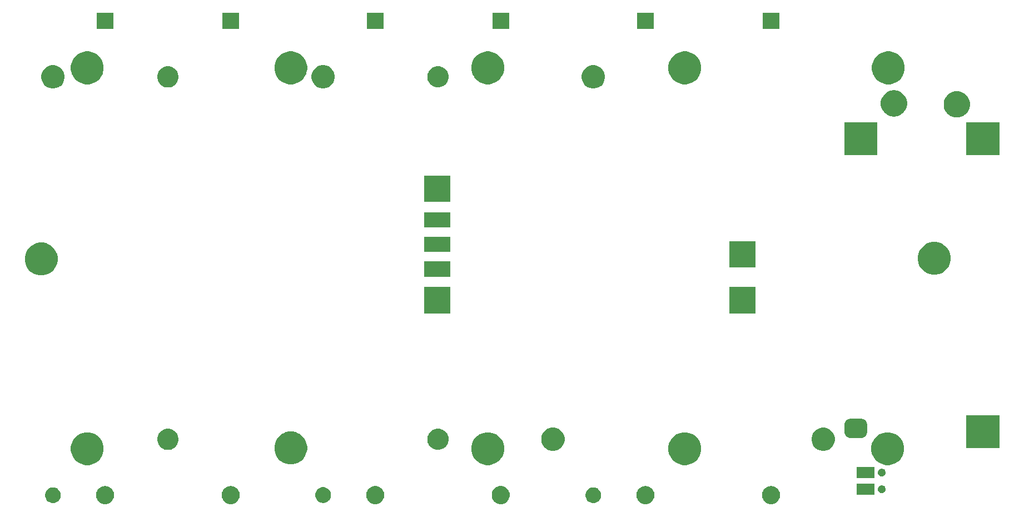
<source format=gbs>
G04 #@! TF.GenerationSoftware,KiCad,Pcbnew,(5.0.2)-1*
G04 #@! TF.CreationDate,2019-03-16T18:46:31-04:00*
G04 #@! TF.ProjectId,2p3s-pwr-pack,32703373-2d70-4777-922d-7061636b2e6b,V1*
G04 #@! TF.SameCoordinates,Original*
G04 #@! TF.FileFunction,Soldermask,Bot*
G04 #@! TF.FilePolarity,Negative*
%FSLAX46Y46*%
G04 Gerber Fmt 4.6, Leading zero omitted, Abs format (unit mm)*
G04 Created by KiCad (PCBNEW (5.0.2)-1) date 3/16/2019 6:46:31 PM*
%MOMM*%
%LPD*%
G01*
G04 APERTURE LIST*
%ADD10C,0.150000*%
G04 APERTURE END LIST*
D10*
G36*
X88763976Y-138327615D02*
X88941076Y-138362842D01*
X89191306Y-138466490D01*
X89416514Y-138616970D01*
X89608032Y-138808488D01*
X89758512Y-139033696D01*
X89862160Y-139283926D01*
X89879281Y-139370000D01*
X89911182Y-139530374D01*
X89915001Y-139549576D01*
X89915001Y-139820426D01*
X89862160Y-140086076D01*
X89758512Y-140336306D01*
X89608032Y-140561514D01*
X89416514Y-140753032D01*
X89191306Y-140903512D01*
X88941076Y-141007160D01*
X88771956Y-141040800D01*
X88675427Y-141060001D01*
X88404575Y-141060001D01*
X88308046Y-141040800D01*
X88138926Y-141007160D01*
X87888696Y-140903512D01*
X87663488Y-140753032D01*
X87471970Y-140561514D01*
X87321490Y-140336306D01*
X87217842Y-140086076D01*
X87165001Y-139820426D01*
X87165001Y-139549576D01*
X87168821Y-139530374D01*
X87200721Y-139370000D01*
X87217842Y-139283926D01*
X87321490Y-139033696D01*
X87471970Y-138808488D01*
X87663488Y-138616970D01*
X87888696Y-138466490D01*
X88138926Y-138362842D01*
X88316026Y-138327615D01*
X88404575Y-138310001D01*
X88675427Y-138310001D01*
X88763976Y-138327615D01*
X88763976Y-138327615D01*
G37*
G36*
X151933976Y-138327615D02*
X152111076Y-138362842D01*
X152361306Y-138466490D01*
X152586514Y-138616970D01*
X152778032Y-138808488D01*
X152928512Y-139033696D01*
X153032160Y-139283926D01*
X153049281Y-139370000D01*
X153081182Y-139530374D01*
X153085001Y-139549576D01*
X153085001Y-139820426D01*
X153032160Y-140086076D01*
X152928512Y-140336306D01*
X152778032Y-140561514D01*
X152586514Y-140753032D01*
X152361306Y-140903512D01*
X152111076Y-141007160D01*
X151941956Y-141040800D01*
X151845427Y-141060001D01*
X151574575Y-141060001D01*
X151478046Y-141040800D01*
X151308926Y-141007160D01*
X151058696Y-140903512D01*
X150833488Y-140753032D01*
X150641970Y-140561514D01*
X150491490Y-140336306D01*
X150387842Y-140086076D01*
X150335001Y-139820426D01*
X150335001Y-139549576D01*
X150338821Y-139530374D01*
X150370721Y-139370000D01*
X150387842Y-139283926D01*
X150491490Y-139033696D01*
X150641970Y-138808488D01*
X150833488Y-138616970D01*
X151058696Y-138466490D01*
X151308926Y-138362842D01*
X151486026Y-138327615D01*
X151574575Y-138310001D01*
X151845427Y-138310001D01*
X151933976Y-138327615D01*
X151933976Y-138327615D01*
G37*
G36*
X171063976Y-138327615D02*
X171241076Y-138362842D01*
X171491306Y-138466490D01*
X171716514Y-138616970D01*
X171908032Y-138808488D01*
X172058512Y-139033696D01*
X172162160Y-139283926D01*
X172179281Y-139370000D01*
X172211182Y-139530374D01*
X172215001Y-139549576D01*
X172215001Y-139820426D01*
X172162160Y-140086076D01*
X172058512Y-140336306D01*
X171908032Y-140561514D01*
X171716514Y-140753032D01*
X171491306Y-140903512D01*
X171241076Y-141007160D01*
X171071956Y-141040800D01*
X170975427Y-141060001D01*
X170704575Y-141060001D01*
X170608046Y-141040800D01*
X170438926Y-141007160D01*
X170188696Y-140903512D01*
X169963488Y-140753032D01*
X169771970Y-140561514D01*
X169621490Y-140336306D01*
X169517842Y-140086076D01*
X169465001Y-139820426D01*
X169465001Y-139549576D01*
X169468821Y-139530374D01*
X169500721Y-139370000D01*
X169517842Y-139283926D01*
X169621490Y-139033696D01*
X169771970Y-138808488D01*
X169963488Y-138616970D01*
X170188696Y-138466490D01*
X170438926Y-138362842D01*
X170616026Y-138327615D01*
X170704575Y-138310001D01*
X170975427Y-138310001D01*
X171063976Y-138327615D01*
X171063976Y-138327615D01*
G37*
G36*
X69633976Y-138327615D02*
X69811076Y-138362842D01*
X70061306Y-138466490D01*
X70286514Y-138616970D01*
X70478032Y-138808488D01*
X70628512Y-139033696D01*
X70732160Y-139283926D01*
X70749281Y-139370000D01*
X70781182Y-139530374D01*
X70785001Y-139549576D01*
X70785001Y-139820426D01*
X70732160Y-140086076D01*
X70628512Y-140336306D01*
X70478032Y-140561514D01*
X70286514Y-140753032D01*
X70061306Y-140903512D01*
X69811076Y-141007160D01*
X69641956Y-141040800D01*
X69545427Y-141060001D01*
X69274575Y-141060001D01*
X69178046Y-141040800D01*
X69008926Y-141007160D01*
X68758696Y-140903512D01*
X68533488Y-140753032D01*
X68341970Y-140561514D01*
X68191490Y-140336306D01*
X68087842Y-140086076D01*
X68035001Y-139820426D01*
X68035001Y-139549576D01*
X68038821Y-139530374D01*
X68070721Y-139370000D01*
X68087842Y-139283926D01*
X68191490Y-139033696D01*
X68341970Y-138808488D01*
X68533488Y-138616970D01*
X68758696Y-138466490D01*
X69008926Y-138362842D01*
X69186026Y-138327615D01*
X69274575Y-138310001D01*
X69545427Y-138310001D01*
X69633976Y-138327615D01*
X69633976Y-138327615D01*
G37*
G36*
X129883135Y-138303950D02*
X130082675Y-138343641D01*
X130332905Y-138447289D01*
X130558113Y-138597769D01*
X130749631Y-138789287D01*
X130900111Y-139014495D01*
X131003759Y-139264725D01*
X131013913Y-139315773D01*
X131056600Y-139530374D01*
X131056600Y-139801226D01*
X131038986Y-139889775D01*
X131003759Y-140066875D01*
X130900111Y-140317105D01*
X130749631Y-140542313D01*
X130558113Y-140733831D01*
X130332905Y-140884311D01*
X130082675Y-140987959D01*
X129905575Y-141023186D01*
X129817026Y-141040800D01*
X129546174Y-141040800D01*
X129457625Y-141023186D01*
X129280525Y-140987959D01*
X129030295Y-140884311D01*
X128805087Y-140733831D01*
X128613569Y-140542313D01*
X128463089Y-140317105D01*
X128359441Y-140066875D01*
X128324214Y-139889775D01*
X128306600Y-139801226D01*
X128306600Y-139530374D01*
X128349287Y-139315773D01*
X128359441Y-139264725D01*
X128463089Y-139014495D01*
X128613569Y-138789287D01*
X128805087Y-138597769D01*
X129030295Y-138447289D01*
X129280525Y-138343641D01*
X129480065Y-138303950D01*
X129546174Y-138290800D01*
X129817026Y-138290800D01*
X129883135Y-138303950D01*
X129883135Y-138303950D01*
G37*
G36*
X110753135Y-138303950D02*
X110952675Y-138343641D01*
X111202905Y-138447289D01*
X111428113Y-138597769D01*
X111619631Y-138789287D01*
X111770111Y-139014495D01*
X111873759Y-139264725D01*
X111883913Y-139315773D01*
X111926600Y-139530374D01*
X111926600Y-139801226D01*
X111908986Y-139889775D01*
X111873759Y-140066875D01*
X111770111Y-140317105D01*
X111619631Y-140542313D01*
X111428113Y-140733831D01*
X111202905Y-140884311D01*
X110952675Y-140987959D01*
X110775575Y-141023186D01*
X110687026Y-141040800D01*
X110416174Y-141040800D01*
X110327625Y-141023186D01*
X110150525Y-140987959D01*
X109900295Y-140884311D01*
X109675087Y-140733831D01*
X109483569Y-140542313D01*
X109333089Y-140317105D01*
X109229441Y-140066875D01*
X109194214Y-139889775D01*
X109176600Y-139801226D01*
X109176600Y-139530374D01*
X109219287Y-139315773D01*
X109229441Y-139264725D01*
X109333089Y-139014495D01*
X109483569Y-138789287D01*
X109675087Y-138597769D01*
X109900295Y-138447289D01*
X110150525Y-138343641D01*
X110350065Y-138303950D01*
X110416174Y-138290800D01*
X110687026Y-138290800D01*
X110753135Y-138303950D01*
X110753135Y-138303950D01*
G37*
G36*
X143970470Y-138500373D02*
X144125030Y-138531117D01*
X144343412Y-138621573D01*
X144474442Y-138709125D01*
X144511220Y-138733699D01*
X144539957Y-138752901D01*
X144707101Y-138920045D01*
X144838429Y-139116590D01*
X144928885Y-139334972D01*
X144959629Y-139489532D01*
X144971182Y-139547610D01*
X144975001Y-139566812D01*
X144975001Y-139803190D01*
X144928885Y-140035030D01*
X144838429Y-140253412D01*
X144783039Y-140336308D01*
X144719932Y-140430755D01*
X144707101Y-140449957D01*
X144539957Y-140617101D01*
X144343412Y-140748429D01*
X144125030Y-140838885D01*
X143970470Y-140869629D01*
X143893191Y-140885001D01*
X143656811Y-140885001D01*
X143579532Y-140869629D01*
X143424972Y-140838885D01*
X143206590Y-140748429D01*
X143010045Y-140617101D01*
X142842901Y-140449957D01*
X142830071Y-140430755D01*
X142766963Y-140336308D01*
X142711573Y-140253412D01*
X142621117Y-140035030D01*
X142575001Y-139803190D01*
X142575001Y-139566812D01*
X142578821Y-139547610D01*
X142590373Y-139489532D01*
X142621117Y-139334972D01*
X142711573Y-139116590D01*
X142842901Y-138920045D01*
X143010045Y-138752901D01*
X143038783Y-138733699D01*
X143075560Y-138709125D01*
X143206590Y-138621573D01*
X143424972Y-138531117D01*
X143579532Y-138500373D01*
X143656811Y-138485001D01*
X143893191Y-138485001D01*
X143970470Y-138500373D01*
X143970470Y-138500373D01*
G37*
G36*
X61670470Y-138500373D02*
X61825030Y-138531117D01*
X62043412Y-138621573D01*
X62174442Y-138709125D01*
X62211220Y-138733699D01*
X62239957Y-138752901D01*
X62407101Y-138920045D01*
X62538429Y-139116590D01*
X62628885Y-139334972D01*
X62659629Y-139489532D01*
X62671182Y-139547610D01*
X62675001Y-139566812D01*
X62675001Y-139803190D01*
X62628885Y-140035030D01*
X62538429Y-140253412D01*
X62483039Y-140336308D01*
X62419932Y-140430755D01*
X62407101Y-140449957D01*
X62239957Y-140617101D01*
X62043412Y-140748429D01*
X61825030Y-140838885D01*
X61670470Y-140869629D01*
X61593191Y-140885001D01*
X61356811Y-140885001D01*
X61279532Y-140869629D01*
X61124972Y-140838885D01*
X60906590Y-140748429D01*
X60710045Y-140617101D01*
X60542901Y-140449957D01*
X60530071Y-140430755D01*
X60466963Y-140336308D01*
X60411573Y-140253412D01*
X60321117Y-140035030D01*
X60275001Y-139803190D01*
X60275001Y-139566812D01*
X60278821Y-139547610D01*
X60290373Y-139489532D01*
X60321117Y-139334972D01*
X60411573Y-139116590D01*
X60542901Y-138920045D01*
X60710045Y-138752901D01*
X60738783Y-138733699D01*
X60775560Y-138709125D01*
X60906590Y-138621573D01*
X61124972Y-138531117D01*
X61279532Y-138500373D01*
X61356811Y-138485001D01*
X61593191Y-138485001D01*
X61670470Y-138500373D01*
X61670470Y-138500373D01*
G37*
G36*
X102812069Y-138481172D02*
X102966629Y-138511916D01*
X103185011Y-138602372D01*
X103316041Y-138689924D01*
X103381555Y-138733699D01*
X103548701Y-138900845D01*
X103578214Y-138945014D01*
X103680028Y-139097389D01*
X103770484Y-139315771D01*
X103776684Y-139346942D01*
X103816600Y-139547610D01*
X103816600Y-139783990D01*
X103809352Y-139820426D01*
X103770484Y-140015829D01*
X103680028Y-140234211D01*
X103592476Y-140365241D01*
X103548701Y-140430755D01*
X103381555Y-140597901D01*
X103316041Y-140641676D01*
X103185011Y-140729228D01*
X102966629Y-140819684D01*
X102870099Y-140838885D01*
X102734790Y-140865800D01*
X102498410Y-140865800D01*
X102363101Y-140838885D01*
X102266571Y-140819684D01*
X102048189Y-140729228D01*
X101917159Y-140641676D01*
X101851645Y-140597901D01*
X101684499Y-140430755D01*
X101640724Y-140365241D01*
X101553172Y-140234211D01*
X101462716Y-140015829D01*
X101423848Y-139820426D01*
X101416600Y-139783990D01*
X101416600Y-139547610D01*
X101456516Y-139346942D01*
X101462716Y-139315771D01*
X101553172Y-139097389D01*
X101654986Y-138945014D01*
X101684499Y-138900845D01*
X101851645Y-138733699D01*
X101917159Y-138689924D01*
X102048189Y-138602372D01*
X102266571Y-138511916D01*
X102421131Y-138481172D01*
X102498410Y-138465800D01*
X102734790Y-138465800D01*
X102812069Y-138481172D01*
X102812069Y-138481172D01*
G37*
G36*
X186600000Y-139620000D02*
X183900000Y-139620000D01*
X183900000Y-137920000D01*
X186600000Y-137920000D01*
X186600000Y-139620000D01*
X186600000Y-139620000D01*
G37*
G36*
X187875015Y-138193058D02*
X187984204Y-138238285D01*
X187984207Y-138238287D01*
X188082478Y-138303950D01*
X188166050Y-138387522D01*
X188218354Y-138465800D01*
X188231715Y-138485796D01*
X188276942Y-138594985D01*
X188300000Y-138710906D01*
X188300000Y-138829094D01*
X188276942Y-138945015D01*
X188231715Y-139054204D01*
X188231713Y-139054207D01*
X188202860Y-139097389D01*
X188166049Y-139152479D01*
X188082479Y-139236049D01*
X187984204Y-139301715D01*
X187875015Y-139346942D01*
X187759095Y-139370000D01*
X187640905Y-139370000D01*
X187524985Y-139346942D01*
X187415796Y-139301715D01*
X187317521Y-139236049D01*
X187233951Y-139152479D01*
X187197141Y-139097389D01*
X187168287Y-139054207D01*
X187168285Y-139054204D01*
X187123058Y-138945015D01*
X187100000Y-138829094D01*
X187100000Y-138710906D01*
X187123058Y-138594985D01*
X187168285Y-138485796D01*
X187181646Y-138465800D01*
X187233950Y-138387522D01*
X187317522Y-138303950D01*
X187415793Y-138238287D01*
X187415796Y-138238285D01*
X187524985Y-138193058D01*
X187640905Y-138170000D01*
X187759095Y-138170000D01*
X187875015Y-138193058D01*
X187875015Y-138193058D01*
G37*
G36*
X186600000Y-137080000D02*
X183900000Y-137080000D01*
X183900000Y-135380000D01*
X186600000Y-135380000D01*
X186600000Y-137080000D01*
X186600000Y-137080000D01*
G37*
G36*
X187875015Y-135653058D02*
X187984204Y-135698285D01*
X188082479Y-135763951D01*
X188166049Y-135847521D01*
X188231715Y-135945796D01*
X188276942Y-136054985D01*
X188300000Y-136170906D01*
X188300000Y-136289094D01*
X188276942Y-136405015D01*
X188231715Y-136514204D01*
X188166049Y-136612479D01*
X188082479Y-136696049D01*
X187984204Y-136761715D01*
X187875015Y-136806942D01*
X187817054Y-136818471D01*
X187759095Y-136830000D01*
X187640905Y-136830000D01*
X187582946Y-136818471D01*
X187524985Y-136806942D01*
X187415796Y-136761715D01*
X187317521Y-136696049D01*
X187233951Y-136612479D01*
X187168285Y-136514204D01*
X187123058Y-136405015D01*
X187100000Y-136289094D01*
X187100000Y-136170906D01*
X187123058Y-136054985D01*
X187168285Y-135945796D01*
X187233951Y-135847521D01*
X187317521Y-135763951D01*
X187415796Y-135698285D01*
X187524985Y-135653058D01*
X187640905Y-135630000D01*
X187759095Y-135630000D01*
X187875015Y-135653058D01*
X187875015Y-135653058D01*
G37*
G36*
X67429225Y-130196074D02*
X67884192Y-130384528D01*
X67884194Y-130384529D01*
X67918786Y-130407643D01*
X68293658Y-130658124D01*
X68641876Y-131006342D01*
X68915472Y-131415808D01*
X69103926Y-131870775D01*
X69200000Y-132353772D01*
X69200000Y-132846228D01*
X69103926Y-133329225D01*
X68915472Y-133784192D01*
X68641876Y-134193658D01*
X68293658Y-134541876D01*
X68033854Y-134715471D01*
X67884194Y-134815471D01*
X67884193Y-134815472D01*
X67884192Y-134815472D01*
X67429225Y-135003926D01*
X66946228Y-135100000D01*
X66453772Y-135100000D01*
X65970775Y-135003926D01*
X65515808Y-134815472D01*
X65515807Y-134815472D01*
X65515806Y-134815471D01*
X65366146Y-134715471D01*
X65106342Y-134541876D01*
X64758124Y-134193658D01*
X64484528Y-133784192D01*
X64296074Y-133329225D01*
X64200000Y-132846228D01*
X64200000Y-132353772D01*
X64296074Y-131870775D01*
X64484528Y-131415808D01*
X64758124Y-131006342D01*
X65106342Y-130658124D01*
X65481214Y-130407643D01*
X65515806Y-130384529D01*
X65515808Y-130384528D01*
X65970775Y-130196074D01*
X66453772Y-130100000D01*
X66946228Y-130100000D01*
X67429225Y-130196074D01*
X67429225Y-130196074D01*
G37*
G36*
X158429225Y-130196074D02*
X158884192Y-130384528D01*
X158884194Y-130384529D01*
X158918786Y-130407643D01*
X159293658Y-130658124D01*
X159641876Y-131006342D01*
X159915472Y-131415808D01*
X160103926Y-131870775D01*
X160200000Y-132353772D01*
X160200000Y-132846228D01*
X160103926Y-133329225D01*
X159915472Y-133784192D01*
X159641876Y-134193658D01*
X159293658Y-134541876D01*
X159033854Y-134715471D01*
X158884194Y-134815471D01*
X158884193Y-134815472D01*
X158884192Y-134815472D01*
X158429225Y-135003926D01*
X157946228Y-135100000D01*
X157453772Y-135100000D01*
X156970775Y-135003926D01*
X156515808Y-134815472D01*
X156515807Y-134815472D01*
X156515806Y-134815471D01*
X156366146Y-134715471D01*
X156106342Y-134541876D01*
X155758124Y-134193658D01*
X155484528Y-133784192D01*
X155296074Y-133329225D01*
X155200000Y-132846228D01*
X155200000Y-132353772D01*
X155296074Y-131870775D01*
X155484528Y-131415808D01*
X155758124Y-131006342D01*
X156106342Y-130658124D01*
X156481214Y-130407643D01*
X156515806Y-130384529D01*
X156515808Y-130384528D01*
X156970775Y-130196074D01*
X157453772Y-130100000D01*
X157946228Y-130100000D01*
X158429225Y-130196074D01*
X158429225Y-130196074D01*
G37*
G36*
X128429225Y-130196074D02*
X128884192Y-130384528D01*
X128884194Y-130384529D01*
X128918786Y-130407643D01*
X129293658Y-130658124D01*
X129641876Y-131006342D01*
X129915472Y-131415808D01*
X130103926Y-131870775D01*
X130200000Y-132353772D01*
X130200000Y-132846228D01*
X130103926Y-133329225D01*
X129915472Y-133784192D01*
X129641876Y-134193658D01*
X129293658Y-134541876D01*
X129033854Y-134715471D01*
X128884194Y-134815471D01*
X128884193Y-134815472D01*
X128884192Y-134815472D01*
X128429225Y-135003926D01*
X127946228Y-135100000D01*
X127453772Y-135100000D01*
X126970775Y-135003926D01*
X126515808Y-134815472D01*
X126515807Y-134815472D01*
X126515806Y-134815471D01*
X126366146Y-134715471D01*
X126106342Y-134541876D01*
X125758124Y-134193658D01*
X125484528Y-133784192D01*
X125296074Y-133329225D01*
X125200000Y-132846228D01*
X125200000Y-132353772D01*
X125296074Y-131870775D01*
X125484528Y-131415808D01*
X125758124Y-131006342D01*
X126106342Y-130658124D01*
X126481214Y-130407643D01*
X126515806Y-130384529D01*
X126515808Y-130384528D01*
X126970775Y-130196074D01*
X127453772Y-130100000D01*
X127946228Y-130100000D01*
X128429225Y-130196074D01*
X128429225Y-130196074D01*
G37*
G36*
X189329225Y-130196074D02*
X189784192Y-130384528D01*
X189784194Y-130384529D01*
X189818786Y-130407643D01*
X190193658Y-130658124D01*
X190541876Y-131006342D01*
X190815472Y-131415808D01*
X191003926Y-131870775D01*
X191100000Y-132353772D01*
X191100000Y-132846228D01*
X191003926Y-133329225D01*
X190815472Y-133784192D01*
X190541876Y-134193658D01*
X190193658Y-134541876D01*
X189933854Y-134715471D01*
X189784194Y-134815471D01*
X189784193Y-134815472D01*
X189784192Y-134815472D01*
X189329225Y-135003926D01*
X188846228Y-135100000D01*
X188353772Y-135100000D01*
X187870775Y-135003926D01*
X187415808Y-134815472D01*
X187415807Y-134815472D01*
X187415806Y-134815471D01*
X187266146Y-134715471D01*
X187006342Y-134541876D01*
X186658124Y-134193658D01*
X186384528Y-133784192D01*
X186196074Y-133329225D01*
X186100000Y-132846228D01*
X186100000Y-132353772D01*
X186196074Y-131870775D01*
X186384528Y-131415808D01*
X186658124Y-131006342D01*
X187006342Y-130658124D01*
X187381214Y-130407643D01*
X187415806Y-130384529D01*
X187415808Y-130384528D01*
X187870775Y-130196074D01*
X188353772Y-130100000D01*
X188846228Y-130100000D01*
X189329225Y-130196074D01*
X189329225Y-130196074D01*
G37*
G36*
X98429225Y-130096074D02*
X98884192Y-130284528D01*
X98884194Y-130284529D01*
X98984899Y-130351818D01*
X99293658Y-130558124D01*
X99641876Y-130906342D01*
X99823861Y-131178702D01*
X99915170Y-131315355D01*
X99915472Y-131315808D01*
X100103926Y-131770775D01*
X100200000Y-132253772D01*
X100200000Y-132746228D01*
X100103926Y-133229225D01*
X99915472Y-133684192D01*
X99641876Y-134093658D01*
X99293658Y-134441876D01*
X99143997Y-134541876D01*
X98884194Y-134715471D01*
X98884193Y-134715472D01*
X98884192Y-134715472D01*
X98429225Y-134903926D01*
X97946228Y-135000000D01*
X97453772Y-135000000D01*
X96970775Y-134903926D01*
X96515808Y-134715472D01*
X96515807Y-134715472D01*
X96515806Y-134715471D01*
X96256003Y-134541876D01*
X96106342Y-134441876D01*
X95758124Y-134093658D01*
X95484528Y-133684192D01*
X95296074Y-133229225D01*
X95200000Y-132746228D01*
X95200000Y-132253772D01*
X95296074Y-131770775D01*
X95484528Y-131315808D01*
X95484831Y-131315355D01*
X95576139Y-131178702D01*
X95758124Y-130906342D01*
X96106342Y-130558124D01*
X96415101Y-130351818D01*
X96515806Y-130284529D01*
X96515808Y-130284528D01*
X96970775Y-130096074D01*
X97453772Y-130000000D01*
X97946228Y-130000000D01*
X98429225Y-130096074D01*
X98429225Y-130096074D01*
G37*
G36*
X179292751Y-129468214D02*
X179615776Y-129602015D01*
X179615779Y-129602017D01*
X179906497Y-129796269D01*
X180153733Y-130043505D01*
X180314780Y-130284528D01*
X180347987Y-130334226D01*
X180481788Y-130657251D01*
X180550001Y-131000179D01*
X180550001Y-131349823D01*
X180481788Y-131692751D01*
X180347987Y-132015776D01*
X180347985Y-132015779D01*
X180153733Y-132306497D01*
X179906497Y-132553733D01*
X179821349Y-132610627D01*
X179615776Y-132747987D01*
X179292751Y-132881788D01*
X178949823Y-132950001D01*
X178600179Y-132950001D01*
X178257251Y-132881788D01*
X177934226Y-132747987D01*
X177728653Y-132610627D01*
X177643505Y-132553733D01*
X177396269Y-132306497D01*
X177202017Y-132015779D01*
X177202015Y-132015776D01*
X177068214Y-131692751D01*
X177000001Y-131349823D01*
X177000001Y-131000179D01*
X177068214Y-130657251D01*
X177202015Y-130334226D01*
X177235222Y-130284528D01*
X177396269Y-130043505D01*
X177643505Y-129796269D01*
X177934223Y-129602017D01*
X177934226Y-129602015D01*
X178257251Y-129468214D01*
X178600179Y-129400001D01*
X178949823Y-129400001D01*
X179292751Y-129468214D01*
X179292751Y-129468214D01*
G37*
G36*
X138134350Y-129449013D02*
X138457375Y-129582814D01*
X138457378Y-129582816D01*
X138748096Y-129777068D01*
X138995332Y-130024304D01*
X139169209Y-130284529D01*
X139189586Y-130315025D01*
X139323387Y-130638050D01*
X139391600Y-130980978D01*
X139391600Y-131330622D01*
X139323387Y-131673550D01*
X139189586Y-131996575D01*
X139189584Y-131996578D01*
X138995332Y-132287296D01*
X138748096Y-132534532D01*
X138634212Y-132610627D01*
X138457375Y-132728786D01*
X138134350Y-132862587D01*
X137791422Y-132930800D01*
X137441778Y-132930800D01*
X137098850Y-132862587D01*
X136775825Y-132728786D01*
X136598988Y-132610627D01*
X136485104Y-132534532D01*
X136237868Y-132287296D01*
X136043616Y-131996578D01*
X136043614Y-131996575D01*
X135909813Y-131673550D01*
X135841600Y-131330622D01*
X135841600Y-130980978D01*
X135909813Y-130638050D01*
X136043614Y-130315025D01*
X136063991Y-130284529D01*
X136237868Y-130024304D01*
X136485104Y-129777068D01*
X136775822Y-129582816D01*
X136775825Y-129582814D01*
X137098850Y-129449013D01*
X137441778Y-129380800D01*
X137791422Y-129380800D01*
X138134350Y-129449013D01*
X138134350Y-129449013D01*
G37*
G36*
X79238884Y-129575753D02*
X79447539Y-129617257D01*
X79675568Y-129711710D01*
X79742359Y-129739376D01*
X79941133Y-129872193D01*
X80007692Y-129916666D01*
X80233336Y-130142310D01*
X80249873Y-130167060D01*
X80410626Y-130407643D01*
X80410627Y-130407646D01*
X80532745Y-130702463D01*
X80532745Y-130702465D01*
X80591182Y-130996244D01*
X80595001Y-131015446D01*
X80595001Y-131334556D01*
X80532745Y-131647539D01*
X80440277Y-131870775D01*
X80410626Y-131942359D01*
X80361570Y-132015776D01*
X80233336Y-132207692D01*
X80007692Y-132433336D01*
X79941133Y-132477809D01*
X79742359Y-132610626D01*
X79675568Y-132638292D01*
X79447539Y-132732745D01*
X79238884Y-132774249D01*
X79134557Y-132795001D01*
X78815445Y-132795001D01*
X78711118Y-132774249D01*
X78502463Y-132732745D01*
X78274434Y-132638292D01*
X78207643Y-132610626D01*
X78008869Y-132477809D01*
X77942310Y-132433336D01*
X77716666Y-132207692D01*
X77588432Y-132015776D01*
X77539376Y-131942359D01*
X77509725Y-131870775D01*
X77417257Y-131647539D01*
X77355001Y-131334556D01*
X77355001Y-131015446D01*
X77358821Y-130996244D01*
X77417257Y-130702465D01*
X77417257Y-130702463D01*
X77539375Y-130407646D01*
X77539376Y-130407643D01*
X77700129Y-130167060D01*
X77716666Y-130142310D01*
X77942310Y-129916666D01*
X78008869Y-129872193D01*
X78207643Y-129739376D01*
X78274434Y-129711710D01*
X78502463Y-129617257D01*
X78711118Y-129575753D01*
X78815445Y-129555001D01*
X79134557Y-129555001D01*
X79238884Y-129575753D01*
X79238884Y-129575753D01*
G37*
G36*
X120372685Y-129555001D02*
X120589138Y-129598056D01*
X120817167Y-129692509D01*
X120883958Y-129720175D01*
X121082732Y-129852992D01*
X121149291Y-129897465D01*
X121374935Y-130123109D01*
X121387766Y-130142312D01*
X121552225Y-130388442D01*
X121579891Y-130455233D01*
X121674344Y-130683262D01*
X121702148Y-130823043D01*
X121736600Y-130996244D01*
X121736600Y-131315356D01*
X121729744Y-131349823D01*
X121674344Y-131628338D01*
X121615344Y-131770775D01*
X121552225Y-131923158D01*
X121503169Y-131996575D01*
X121374935Y-132188491D01*
X121149291Y-132414135D01*
X121120553Y-132433337D01*
X120883958Y-132591425D01*
X120837600Y-132610627D01*
X120589138Y-132713544D01*
X120380483Y-132755048D01*
X120276156Y-132775800D01*
X119957044Y-132775800D01*
X119852717Y-132755048D01*
X119644062Y-132713544D01*
X119395600Y-132610627D01*
X119349242Y-132591425D01*
X119112647Y-132433337D01*
X119083909Y-132414135D01*
X118858265Y-132188491D01*
X118730031Y-131996575D01*
X118680975Y-131923158D01*
X118617856Y-131770775D01*
X118558856Y-131628338D01*
X118503456Y-131349823D01*
X118496600Y-131315356D01*
X118496600Y-130996244D01*
X118531052Y-130823043D01*
X118558856Y-130683262D01*
X118653309Y-130455233D01*
X118680975Y-130388442D01*
X118845434Y-130142312D01*
X118858265Y-130123109D01*
X119083909Y-129897465D01*
X119150468Y-129852992D01*
X119349242Y-129720175D01*
X119416033Y-129692509D01*
X119644062Y-129598056D01*
X119860515Y-129555001D01*
X119957044Y-129535800D01*
X120276156Y-129535800D01*
X120372685Y-129555001D01*
X120372685Y-129555001D01*
G37*
G36*
X205600000Y-132500000D02*
X200600000Y-132500000D01*
X200600000Y-127500000D01*
X205600000Y-127500000D01*
X205600000Y-132500000D01*
X205600000Y-132500000D01*
G37*
G36*
X184667060Y-128020123D02*
X184861131Y-128078993D01*
X185039987Y-128174594D01*
X185196752Y-128303248D01*
X185325406Y-128460013D01*
X185421007Y-128638869D01*
X185479877Y-128832940D01*
X185500000Y-129037252D01*
X185500000Y-129962748D01*
X185479877Y-130167060D01*
X185421007Y-130361131D01*
X185325406Y-130539987D01*
X185196752Y-130696752D01*
X185039987Y-130825406D01*
X184861131Y-130921007D01*
X184667060Y-130979877D01*
X184462748Y-131000000D01*
X183037252Y-131000000D01*
X182832940Y-130979877D01*
X182638869Y-130921007D01*
X182460013Y-130825406D01*
X182303248Y-130696752D01*
X182174594Y-130539987D01*
X182078993Y-130361131D01*
X182020123Y-130167060D01*
X182000000Y-129962748D01*
X182000000Y-129037252D01*
X182020123Y-128832940D01*
X182078993Y-128638869D01*
X182174594Y-128460013D01*
X182303248Y-128303248D01*
X182460013Y-128174594D01*
X182638869Y-128078993D01*
X182832940Y-128020123D01*
X183037252Y-128000000D01*
X184462748Y-128000000D01*
X184667060Y-128020123D01*
X184667060Y-128020123D01*
G37*
G36*
X168500000Y-112000000D02*
X164500000Y-112000000D01*
X164500000Y-108000000D01*
X168500000Y-108000000D01*
X168500000Y-112000000D01*
X168500000Y-112000000D01*
G37*
G36*
X122000000Y-112000000D02*
X118000000Y-112000000D01*
X118000000Y-108000000D01*
X122000000Y-108000000D01*
X122000000Y-112000000D01*
X122000000Y-112000000D01*
G37*
G36*
X122000000Y-106400000D02*
X118000000Y-106400000D01*
X118000000Y-104100000D01*
X122000000Y-104100000D01*
X122000000Y-106400000D01*
X122000000Y-106400000D01*
G37*
G36*
X60429225Y-101296074D02*
X60884192Y-101484528D01*
X60884194Y-101484529D01*
X61021298Y-101576139D01*
X61293658Y-101758124D01*
X61641876Y-102106342D01*
X61915472Y-102515808D01*
X62103926Y-102970775D01*
X62200000Y-103453772D01*
X62200000Y-103946228D01*
X62103926Y-104429225D01*
X61915472Y-104884192D01*
X61641876Y-105293658D01*
X61293658Y-105641876D01*
X61033854Y-105815471D01*
X60884194Y-105915471D01*
X60884193Y-105915472D01*
X60884192Y-105915472D01*
X60429225Y-106103926D01*
X59946228Y-106200000D01*
X59453772Y-106200000D01*
X58970775Y-106103926D01*
X58515808Y-105915472D01*
X58515807Y-105915472D01*
X58515806Y-105915471D01*
X58366146Y-105815471D01*
X58106342Y-105641876D01*
X57758124Y-105293658D01*
X57484528Y-104884192D01*
X57296074Y-104429225D01*
X57200000Y-103946228D01*
X57200000Y-103453772D01*
X57296074Y-102970775D01*
X57484528Y-102515808D01*
X57758124Y-102106342D01*
X58106342Y-101758124D01*
X58378702Y-101576139D01*
X58515806Y-101484529D01*
X58515808Y-101484528D01*
X58970775Y-101296074D01*
X59453772Y-101200000D01*
X59946228Y-101200000D01*
X60429225Y-101296074D01*
X60429225Y-101296074D01*
G37*
G36*
X196429225Y-101196074D02*
X196884192Y-101384528D01*
X196884194Y-101384529D01*
X197021298Y-101476139D01*
X197293658Y-101658124D01*
X197641876Y-102006342D01*
X197915472Y-102415808D01*
X198103926Y-102870775D01*
X198200000Y-103353772D01*
X198200000Y-103846228D01*
X198103926Y-104329225D01*
X197915472Y-104784192D01*
X197641876Y-105193658D01*
X197293658Y-105541876D01*
X197143997Y-105641876D01*
X196884194Y-105815471D01*
X196884193Y-105815472D01*
X196884192Y-105815472D01*
X196429225Y-106003926D01*
X195946228Y-106100000D01*
X195453772Y-106100000D01*
X194970775Y-106003926D01*
X194515808Y-105815472D01*
X194515807Y-105815472D01*
X194515806Y-105815471D01*
X194256003Y-105641876D01*
X194106342Y-105541876D01*
X193758124Y-105193658D01*
X193484528Y-104784192D01*
X193296074Y-104329225D01*
X193200000Y-103846228D01*
X193200000Y-103353772D01*
X193296074Y-102870775D01*
X193484528Y-102415808D01*
X193758124Y-102006342D01*
X194106342Y-101658124D01*
X194378702Y-101476139D01*
X194515806Y-101384529D01*
X194515808Y-101384528D01*
X194970775Y-101196074D01*
X195453772Y-101100000D01*
X195946228Y-101100000D01*
X196429225Y-101196074D01*
X196429225Y-101196074D01*
G37*
G36*
X168500000Y-105000000D02*
X164500000Y-105000000D01*
X164500000Y-101000000D01*
X168500000Y-101000000D01*
X168500000Y-105000000D01*
X168500000Y-105000000D01*
G37*
G36*
X122000000Y-102650000D02*
X118000000Y-102650000D01*
X118000000Y-100350000D01*
X122000000Y-100350000D01*
X122000000Y-102650000D01*
X122000000Y-102650000D01*
G37*
G36*
X122000000Y-98900000D02*
X118000000Y-98900000D01*
X118000000Y-96600000D01*
X122000000Y-96600000D01*
X122000000Y-98900000D01*
X122000000Y-98900000D01*
G37*
G36*
X122000000Y-95000000D02*
X118000000Y-95000000D01*
X118000000Y-91000000D01*
X122000000Y-91000000D01*
X122000000Y-95000000D01*
X122000000Y-95000000D01*
G37*
G36*
X205600000Y-87900000D02*
X200600000Y-87900000D01*
X200600000Y-82900000D01*
X205600000Y-82900000D01*
X205600000Y-87900000D01*
X205600000Y-87900000D01*
G37*
G36*
X187000000Y-87900000D02*
X182000000Y-87900000D01*
X182000000Y-82900000D01*
X187000000Y-82900000D01*
X187000000Y-87900000D01*
X187000000Y-87900000D01*
G37*
G36*
X199461781Y-78188020D02*
X199719380Y-78239259D01*
X200083353Y-78390022D01*
X200083355Y-78390023D01*
X200410926Y-78608899D01*
X200689501Y-78887474D01*
X200806547Y-79062645D01*
X200908378Y-79215047D01*
X201059141Y-79579020D01*
X201136000Y-79965418D01*
X201136000Y-80359382D01*
X201059141Y-80745780D01*
X200908378Y-81109753D01*
X200908377Y-81109755D01*
X200689501Y-81437326D01*
X200410926Y-81715901D01*
X200083355Y-81934777D01*
X200083354Y-81934778D01*
X200083353Y-81934778D01*
X199719380Y-82085541D01*
X199461781Y-82136780D01*
X199332983Y-82162400D01*
X198939017Y-82162400D01*
X198810219Y-82136780D01*
X198552620Y-82085541D01*
X198188647Y-81934778D01*
X198188646Y-81934778D01*
X198188645Y-81934777D01*
X197861074Y-81715901D01*
X197582499Y-81437326D01*
X197363623Y-81109755D01*
X197363622Y-81109753D01*
X197212859Y-80745780D01*
X197136000Y-80359382D01*
X197136000Y-79965418D01*
X197212859Y-79579020D01*
X197363622Y-79215047D01*
X197465454Y-79062645D01*
X197582499Y-78887474D01*
X197861074Y-78608899D01*
X198188645Y-78390023D01*
X198188647Y-78390022D01*
X198552620Y-78239259D01*
X198810219Y-78188020D01*
X198939017Y-78162400D01*
X199332983Y-78162400D01*
X199461781Y-78188020D01*
X199461781Y-78188020D01*
G37*
G36*
X189885981Y-78035620D02*
X190143580Y-78086859D01*
X190507553Y-78237622D01*
X190507555Y-78237623D01*
X190835126Y-78456499D01*
X191113701Y-78735074D01*
X191215531Y-78887473D01*
X191332578Y-79062647D01*
X191483341Y-79426620D01*
X191560200Y-79813018D01*
X191560200Y-80206982D01*
X191483341Y-80593380D01*
X191332578Y-80957353D01*
X191332577Y-80957355D01*
X191113701Y-81284926D01*
X190835126Y-81563501D01*
X190507555Y-81782377D01*
X190507554Y-81782378D01*
X190507553Y-81782378D01*
X190143580Y-81933141D01*
X189885981Y-81984380D01*
X189757183Y-82010000D01*
X189363217Y-82010000D01*
X189234419Y-81984380D01*
X188976820Y-81933141D01*
X188612847Y-81782378D01*
X188612846Y-81782378D01*
X188612845Y-81782377D01*
X188285274Y-81563501D01*
X188006699Y-81284926D01*
X187787823Y-80957355D01*
X187787822Y-80957353D01*
X187637059Y-80593380D01*
X187560200Y-80206982D01*
X187560200Y-79813018D01*
X187637059Y-79426620D01*
X187787822Y-79062647D01*
X187904870Y-78887473D01*
X188006699Y-78735074D01*
X188285274Y-78456499D01*
X188612845Y-78237623D01*
X188612847Y-78237622D01*
X188976820Y-78086859D01*
X189234419Y-78035620D01*
X189363217Y-78010000D01*
X189757183Y-78010000D01*
X189885981Y-78035620D01*
X189885981Y-78035620D01*
G37*
G36*
X144292751Y-74268214D02*
X144615776Y-74402015D01*
X144615779Y-74402017D01*
X144906497Y-74596269D01*
X145153733Y-74843505D01*
X145219754Y-74942312D01*
X145347987Y-75134226D01*
X145481788Y-75457251D01*
X145550001Y-75800179D01*
X145550001Y-76149823D01*
X145481788Y-76492751D01*
X145347987Y-76815776D01*
X145347985Y-76815779D01*
X145153733Y-77106497D01*
X144906497Y-77353733D01*
X144821349Y-77410627D01*
X144615776Y-77547987D01*
X144292751Y-77681788D01*
X143949823Y-77750001D01*
X143600179Y-77750001D01*
X143257251Y-77681788D01*
X142934226Y-77547987D01*
X142728653Y-77410627D01*
X142643505Y-77353733D01*
X142396269Y-77106497D01*
X142202017Y-76815779D01*
X142202015Y-76815776D01*
X142068214Y-76492751D01*
X142000001Y-76149823D01*
X142000001Y-75800179D01*
X142068214Y-75457251D01*
X142202015Y-75134226D01*
X142330248Y-74942312D01*
X142396269Y-74843505D01*
X142643505Y-74596269D01*
X142934223Y-74402017D01*
X142934226Y-74402015D01*
X143257251Y-74268214D01*
X143600179Y-74200001D01*
X143949823Y-74200001D01*
X144292751Y-74268214D01*
X144292751Y-74268214D01*
G37*
G36*
X61992751Y-74268214D02*
X62315776Y-74402015D01*
X62315779Y-74402017D01*
X62606497Y-74596269D01*
X62853733Y-74843505D01*
X62919754Y-74942312D01*
X63047987Y-75134226D01*
X63181788Y-75457251D01*
X63250001Y-75800179D01*
X63250001Y-76149823D01*
X63181788Y-76492751D01*
X63047987Y-76815776D01*
X63047985Y-76815779D01*
X62853733Y-77106497D01*
X62606497Y-77353733D01*
X62521349Y-77410627D01*
X62315776Y-77547987D01*
X61992751Y-77681788D01*
X61649823Y-77750001D01*
X61300179Y-77750001D01*
X60957251Y-77681788D01*
X60634226Y-77547987D01*
X60428653Y-77410627D01*
X60343505Y-77353733D01*
X60096269Y-77106497D01*
X59902017Y-76815779D01*
X59902015Y-76815776D01*
X59768214Y-76492751D01*
X59700001Y-76149823D01*
X59700001Y-75800179D01*
X59768214Y-75457251D01*
X59902015Y-75134226D01*
X60030248Y-74942312D01*
X60096269Y-74843505D01*
X60343505Y-74596269D01*
X60634223Y-74402017D01*
X60634226Y-74402015D01*
X60957251Y-74268214D01*
X61300179Y-74200001D01*
X61649823Y-74200001D01*
X61992751Y-74268214D01*
X61992751Y-74268214D01*
G37*
G36*
X103134350Y-74249013D02*
X103457375Y-74382814D01*
X103457378Y-74382816D01*
X103748096Y-74577068D01*
X103995332Y-74824304D01*
X104189584Y-75115022D01*
X104189586Y-75115025D01*
X104323387Y-75438050D01*
X104391600Y-75780978D01*
X104391600Y-76130622D01*
X104323387Y-76473550D01*
X104189586Y-76796575D01*
X104189584Y-76796578D01*
X103995332Y-77087296D01*
X103748096Y-77334532D01*
X103634212Y-77410627D01*
X103457375Y-77528786D01*
X103134350Y-77662587D01*
X102791422Y-77730800D01*
X102441778Y-77730800D01*
X102098850Y-77662587D01*
X101775825Y-77528786D01*
X101598988Y-77410627D01*
X101485104Y-77334532D01*
X101237868Y-77087296D01*
X101043616Y-76796578D01*
X101043614Y-76796575D01*
X100909813Y-76473550D01*
X100841600Y-76130622D01*
X100841600Y-75780978D01*
X100909813Y-75438050D01*
X101043614Y-75115025D01*
X101043616Y-75115022D01*
X101237868Y-74824304D01*
X101485104Y-74577068D01*
X101775822Y-74382816D01*
X101775825Y-74382814D01*
X102098850Y-74249013D01*
X102441778Y-74180800D01*
X102791422Y-74180800D01*
X103134350Y-74249013D01*
X103134350Y-74249013D01*
G37*
G36*
X79238884Y-74375753D02*
X79447539Y-74417257D01*
X79675568Y-74511710D01*
X79742359Y-74539376D01*
X79941133Y-74672193D01*
X80007692Y-74716666D01*
X80233336Y-74942310D01*
X80233337Y-74942312D01*
X80410626Y-75207643D01*
X80410627Y-75207646D01*
X80532745Y-75502463D01*
X80532745Y-75502465D01*
X80591182Y-75796244D01*
X80595001Y-75815446D01*
X80595001Y-76134556D01*
X80532745Y-76447539D01*
X80514018Y-76492749D01*
X80410626Y-76742359D01*
X80361773Y-76815472D01*
X80233336Y-77007692D01*
X80007692Y-77233336D01*
X79941133Y-77277809D01*
X79742359Y-77410626D01*
X79675568Y-77438292D01*
X79447539Y-77532745D01*
X79238884Y-77574249D01*
X79134557Y-77595001D01*
X78815445Y-77595001D01*
X78711118Y-77574249D01*
X78502463Y-77532745D01*
X78274434Y-77438292D01*
X78207643Y-77410626D01*
X78008869Y-77277809D01*
X77942310Y-77233336D01*
X77716666Y-77007692D01*
X77588229Y-76815472D01*
X77539376Y-76742359D01*
X77435984Y-76492749D01*
X77417257Y-76447539D01*
X77355001Y-76134556D01*
X77355001Y-75815446D01*
X77358821Y-75796244D01*
X77417257Y-75502465D01*
X77417257Y-75502463D01*
X77539375Y-75207646D01*
X77539376Y-75207643D01*
X77716665Y-74942312D01*
X77716666Y-74942310D01*
X77942310Y-74716666D01*
X78008869Y-74672193D01*
X78207643Y-74539376D01*
X78274434Y-74511710D01*
X78502463Y-74417257D01*
X78711118Y-74375753D01*
X78815445Y-74355001D01*
X79134557Y-74355001D01*
X79238884Y-74375753D01*
X79238884Y-74375753D01*
G37*
G36*
X120366507Y-74353772D02*
X120589138Y-74398056D01*
X120817167Y-74492509D01*
X120883958Y-74520175D01*
X121082732Y-74652992D01*
X121149291Y-74697465D01*
X121374935Y-74923109D01*
X121387766Y-74942312D01*
X121552225Y-75188442D01*
X121579891Y-75255233D01*
X121674344Y-75483262D01*
X121715848Y-75691917D01*
X121736600Y-75796244D01*
X121736600Y-76115356D01*
X121729744Y-76149823D01*
X121674344Y-76428338D01*
X121579891Y-76656367D01*
X121552225Y-76723158D01*
X121490339Y-76815776D01*
X121374935Y-76988491D01*
X121149291Y-77214135D01*
X121120553Y-77233337D01*
X120883958Y-77391425D01*
X120837600Y-77410627D01*
X120589138Y-77513544D01*
X120380483Y-77555048D01*
X120276156Y-77575800D01*
X119957044Y-77575800D01*
X119852717Y-77555048D01*
X119644062Y-77513544D01*
X119395600Y-77410627D01*
X119349242Y-77391425D01*
X119112647Y-77233337D01*
X119083909Y-77214135D01*
X118858265Y-76988491D01*
X118742861Y-76815776D01*
X118680975Y-76723158D01*
X118653309Y-76656367D01*
X118558856Y-76428338D01*
X118503456Y-76149823D01*
X118496600Y-76115356D01*
X118496600Y-75796244D01*
X118517352Y-75691917D01*
X118558856Y-75483262D01*
X118653309Y-75255233D01*
X118680975Y-75188442D01*
X118845434Y-74942312D01*
X118858265Y-74923109D01*
X119083909Y-74697465D01*
X119150468Y-74652992D01*
X119349242Y-74520175D01*
X119416033Y-74492509D01*
X119644062Y-74398056D01*
X119866693Y-74353772D01*
X119957044Y-74335800D01*
X120276156Y-74335800D01*
X120366507Y-74353772D01*
X120366507Y-74353772D01*
G37*
G36*
X189429225Y-72196074D02*
X189884192Y-72384528D01*
X189884194Y-72384529D01*
X190021298Y-72476139D01*
X190293658Y-72658124D01*
X190641876Y-73006342D01*
X190915472Y-73415808D01*
X191103926Y-73870775D01*
X191200000Y-74353772D01*
X191200000Y-74846228D01*
X191103926Y-75329225D01*
X191032168Y-75502463D01*
X190915471Y-75784194D01*
X190894589Y-75815446D01*
X190641876Y-76193658D01*
X190293658Y-76541876D01*
X190022354Y-76723155D01*
X189884194Y-76815471D01*
X189884193Y-76815472D01*
X189884192Y-76815472D01*
X189429225Y-77003926D01*
X188946228Y-77100000D01*
X188453772Y-77100000D01*
X187970775Y-77003926D01*
X187515808Y-76815472D01*
X187515807Y-76815472D01*
X187515806Y-76815471D01*
X187377646Y-76723155D01*
X187106342Y-76541876D01*
X186758124Y-76193658D01*
X186505411Y-75815446D01*
X186484529Y-75784194D01*
X186367832Y-75502463D01*
X186296074Y-75329225D01*
X186200000Y-74846228D01*
X186200000Y-74353772D01*
X186296074Y-73870775D01*
X186484528Y-73415808D01*
X186758124Y-73006342D01*
X187106342Y-72658124D01*
X187378702Y-72476139D01*
X187515806Y-72384529D01*
X187515808Y-72384528D01*
X187970775Y-72196074D01*
X188453772Y-72100000D01*
X188946228Y-72100000D01*
X189429225Y-72196074D01*
X189429225Y-72196074D01*
G37*
G36*
X67429225Y-72196074D02*
X67884192Y-72384528D01*
X67884194Y-72384529D01*
X68021298Y-72476139D01*
X68293658Y-72658124D01*
X68641876Y-73006342D01*
X68915472Y-73415808D01*
X69103926Y-73870775D01*
X69200000Y-74353772D01*
X69200000Y-74846228D01*
X69103926Y-75329225D01*
X69032168Y-75502463D01*
X68915471Y-75784194D01*
X68894589Y-75815446D01*
X68641876Y-76193658D01*
X68293658Y-76541876D01*
X68022354Y-76723155D01*
X67884194Y-76815471D01*
X67884193Y-76815472D01*
X67884192Y-76815472D01*
X67429225Y-77003926D01*
X66946228Y-77100000D01*
X66453772Y-77100000D01*
X65970775Y-77003926D01*
X65515808Y-76815472D01*
X65515807Y-76815472D01*
X65515806Y-76815471D01*
X65377646Y-76723155D01*
X65106342Y-76541876D01*
X64758124Y-76193658D01*
X64505411Y-75815446D01*
X64484529Y-75784194D01*
X64367832Y-75502463D01*
X64296074Y-75329225D01*
X64200000Y-74846228D01*
X64200000Y-74353772D01*
X64296074Y-73870775D01*
X64484528Y-73415808D01*
X64758124Y-73006342D01*
X65106342Y-72658124D01*
X65378702Y-72476139D01*
X65515806Y-72384529D01*
X65515808Y-72384528D01*
X65970775Y-72196074D01*
X66453772Y-72100000D01*
X66946228Y-72100000D01*
X67429225Y-72196074D01*
X67429225Y-72196074D01*
G37*
G36*
X98429225Y-72196074D02*
X98884192Y-72384528D01*
X98884194Y-72384529D01*
X99021298Y-72476139D01*
X99293658Y-72658124D01*
X99641876Y-73006342D01*
X99915472Y-73415808D01*
X100103926Y-73870775D01*
X100200000Y-74353772D01*
X100200000Y-74846228D01*
X100103926Y-75329225D01*
X100032168Y-75502463D01*
X99915471Y-75784194D01*
X99894589Y-75815446D01*
X99641876Y-76193658D01*
X99293658Y-76541876D01*
X99022354Y-76723155D01*
X98884194Y-76815471D01*
X98884193Y-76815472D01*
X98884192Y-76815472D01*
X98429225Y-77003926D01*
X97946228Y-77100000D01*
X97453772Y-77100000D01*
X96970775Y-77003926D01*
X96515808Y-76815472D01*
X96515807Y-76815472D01*
X96515806Y-76815471D01*
X96377646Y-76723155D01*
X96106342Y-76541876D01*
X95758124Y-76193658D01*
X95505411Y-75815446D01*
X95484529Y-75784194D01*
X95367832Y-75502463D01*
X95296074Y-75329225D01*
X95200000Y-74846228D01*
X95200000Y-74353772D01*
X95296074Y-73870775D01*
X95484528Y-73415808D01*
X95758124Y-73006342D01*
X96106342Y-72658124D01*
X96378702Y-72476139D01*
X96515806Y-72384529D01*
X96515808Y-72384528D01*
X96970775Y-72196074D01*
X97453772Y-72100000D01*
X97946228Y-72100000D01*
X98429225Y-72196074D01*
X98429225Y-72196074D01*
G37*
G36*
X128429225Y-72196074D02*
X128884192Y-72384528D01*
X128884194Y-72384529D01*
X129021298Y-72476139D01*
X129293658Y-72658124D01*
X129641876Y-73006342D01*
X129915472Y-73415808D01*
X130103926Y-73870775D01*
X130200000Y-74353772D01*
X130200000Y-74846228D01*
X130103926Y-75329225D01*
X130032168Y-75502463D01*
X129915471Y-75784194D01*
X129894589Y-75815446D01*
X129641876Y-76193658D01*
X129293658Y-76541876D01*
X129022354Y-76723155D01*
X128884194Y-76815471D01*
X128884193Y-76815472D01*
X128884192Y-76815472D01*
X128429225Y-77003926D01*
X127946228Y-77100000D01*
X127453772Y-77100000D01*
X126970775Y-77003926D01*
X126515808Y-76815472D01*
X126515807Y-76815472D01*
X126515806Y-76815471D01*
X126377646Y-76723155D01*
X126106342Y-76541876D01*
X125758124Y-76193658D01*
X125505411Y-75815446D01*
X125484529Y-75784194D01*
X125367832Y-75502463D01*
X125296074Y-75329225D01*
X125200000Y-74846228D01*
X125200000Y-74353772D01*
X125296074Y-73870775D01*
X125484528Y-73415808D01*
X125758124Y-73006342D01*
X126106342Y-72658124D01*
X126378702Y-72476139D01*
X126515806Y-72384529D01*
X126515808Y-72384528D01*
X126970775Y-72196074D01*
X127453772Y-72100000D01*
X127946228Y-72100000D01*
X128429225Y-72196074D01*
X128429225Y-72196074D01*
G37*
G36*
X158429225Y-72196074D02*
X158884192Y-72384528D01*
X158884194Y-72384529D01*
X159021298Y-72476139D01*
X159293658Y-72658124D01*
X159641876Y-73006342D01*
X159915472Y-73415808D01*
X160103926Y-73870775D01*
X160200000Y-74353772D01*
X160200000Y-74846228D01*
X160103926Y-75329225D01*
X160032168Y-75502463D01*
X159915471Y-75784194D01*
X159894589Y-75815446D01*
X159641876Y-76193658D01*
X159293658Y-76541876D01*
X159022354Y-76723155D01*
X158884194Y-76815471D01*
X158884193Y-76815472D01*
X158884192Y-76815472D01*
X158429225Y-77003926D01*
X157946228Y-77100000D01*
X157453772Y-77100000D01*
X156970775Y-77003926D01*
X156515808Y-76815472D01*
X156515807Y-76815472D01*
X156515806Y-76815471D01*
X156377646Y-76723155D01*
X156106342Y-76541876D01*
X155758124Y-76193658D01*
X155505411Y-75815446D01*
X155484529Y-75784194D01*
X155367832Y-75502463D01*
X155296074Y-75329225D01*
X155200000Y-74846228D01*
X155200000Y-74353772D01*
X155296074Y-73870775D01*
X155484528Y-73415808D01*
X155758124Y-73006342D01*
X156106342Y-72658124D01*
X156378702Y-72476139D01*
X156515806Y-72384529D01*
X156515808Y-72384528D01*
X156970775Y-72196074D01*
X157453772Y-72100000D01*
X157946228Y-72100000D01*
X158429225Y-72196074D01*
X158429225Y-72196074D01*
G37*
G36*
X70660001Y-68715001D02*
X68160001Y-68715001D01*
X68160001Y-66215001D01*
X70660001Y-66215001D01*
X70660001Y-68715001D01*
X70660001Y-68715001D01*
G37*
G36*
X172090001Y-68715001D02*
X169590001Y-68715001D01*
X169590001Y-66215001D01*
X172090001Y-66215001D01*
X172090001Y-68715001D01*
X172090001Y-68715001D01*
G37*
G36*
X152960001Y-68715001D02*
X150460001Y-68715001D01*
X150460001Y-66215001D01*
X152960001Y-66215001D01*
X152960001Y-68715001D01*
X152960001Y-68715001D01*
G37*
G36*
X89790001Y-68715001D02*
X87290001Y-68715001D01*
X87290001Y-66215001D01*
X89790001Y-66215001D01*
X89790001Y-68715001D01*
X89790001Y-68715001D01*
G37*
G36*
X111801600Y-68695800D02*
X109301600Y-68695800D01*
X109301600Y-66195800D01*
X111801600Y-66195800D01*
X111801600Y-68695800D01*
X111801600Y-68695800D01*
G37*
G36*
X130931600Y-68695800D02*
X128431600Y-68695800D01*
X128431600Y-66195800D01*
X130931600Y-66195800D01*
X130931600Y-68695800D01*
X130931600Y-68695800D01*
G37*
M02*

</source>
